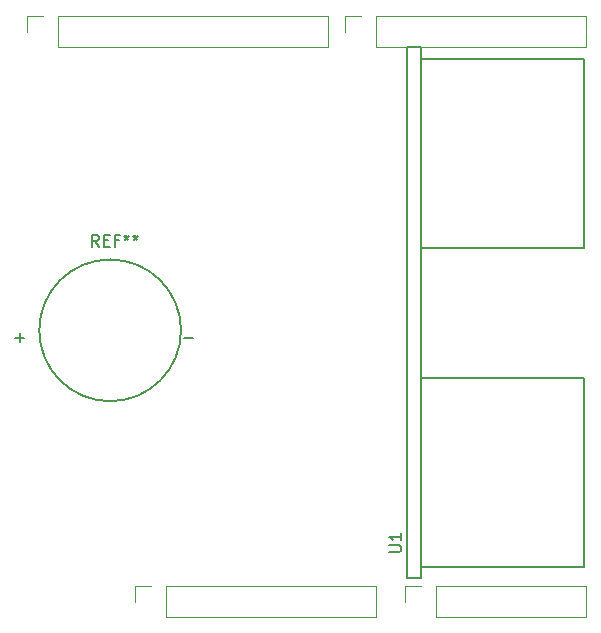
<source format=gbr>
%TF.GenerationSoftware,KiCad,Pcbnew,8.0.8*%
%TF.CreationDate,2025-02-15T01:56:59-07:00*%
%TF.ProjectId,bubble_detector_v2_shield,62756262-6c65-45f6-9465-746563746f72,rev?*%
%TF.SameCoordinates,Original*%
%TF.FileFunction,Legend,Top*%
%TF.FilePolarity,Positive*%
%FSLAX46Y46*%
G04 Gerber Fmt 4.6, Leading zero omitted, Abs format (unit mm)*
G04 Created by KiCad (PCBNEW 8.0.8) date 2025-02-15 01:56:59*
%MOMM*%
%LPD*%
G01*
G04 APERTURE LIST*
%ADD10C,0.150000*%
%ADD11C,0.120000*%
%ADD12C,0.127000*%
G04 APERTURE END LIST*
D10*
X148146249Y-93247350D02*
X148956194Y-93247350D01*
X148956194Y-93247350D02*
X149051482Y-93199707D01*
X149051482Y-93199707D02*
X149099126Y-93152063D01*
X149099126Y-93152063D02*
X149146769Y-93056775D01*
X149146769Y-93056775D02*
X149146769Y-92866200D01*
X149146769Y-92866200D02*
X149099126Y-92770912D01*
X149099126Y-92770912D02*
X149051482Y-92723269D01*
X149051482Y-92723269D02*
X148956194Y-92675625D01*
X148956194Y-92675625D02*
X148146249Y-92675625D01*
X149146769Y-91675105D02*
X149146769Y-92246830D01*
X149146769Y-91960967D02*
X148146249Y-91960967D01*
X148146249Y-91960967D02*
X148289181Y-92056255D01*
X148289181Y-92056255D02*
X148384468Y-92151543D01*
X148384468Y-92151543D02*
X148432112Y-92246830D01*
X123540387Y-67410317D02*
X123206605Y-66933485D01*
X122968189Y-67410317D02*
X122968189Y-66408971D01*
X122968189Y-66408971D02*
X123349654Y-66408971D01*
X123349654Y-66408971D02*
X123445021Y-66456654D01*
X123445021Y-66456654D02*
X123492704Y-66504337D01*
X123492704Y-66504337D02*
X123540387Y-66599703D01*
X123540387Y-66599703D02*
X123540387Y-66742753D01*
X123540387Y-66742753D02*
X123492704Y-66838119D01*
X123492704Y-66838119D02*
X123445021Y-66885802D01*
X123445021Y-66885802D02*
X123349654Y-66933485D01*
X123349654Y-66933485D02*
X122968189Y-66933485D01*
X123969535Y-66885802D02*
X124303317Y-66885802D01*
X124446367Y-67410317D02*
X123969535Y-67410317D01*
X123969535Y-67410317D02*
X123969535Y-66408971D01*
X123969535Y-66408971D02*
X124446367Y-66408971D01*
X125209297Y-66885802D02*
X124875515Y-66885802D01*
X124875515Y-67410317D02*
X124875515Y-66408971D01*
X124875515Y-66408971D02*
X125352347Y-66408971D01*
X125876862Y-66408971D02*
X125876862Y-66647386D01*
X125638446Y-66552020D02*
X125876862Y-66647386D01*
X125876862Y-66647386D02*
X126115277Y-66552020D01*
X125733812Y-66838119D02*
X125876862Y-66647386D01*
X125876862Y-66647386D02*
X126019911Y-66838119D01*
X126639792Y-66408971D02*
X126639792Y-66647386D01*
X126401376Y-66552020D02*
X126639792Y-66647386D01*
X126639792Y-66647386D02*
X126878207Y-66552020D01*
X126496742Y-66838119D02*
X126639792Y-66647386D01*
X126639792Y-66647386D02*
X126782841Y-66838119D01*
X116463016Y-75145172D02*
X117226445Y-75145172D01*
X116844730Y-75526886D02*
X116844730Y-74763457D01*
X130726131Y-75144892D02*
X131489230Y-75144892D01*
D11*
%TO.C,J1*%
X129210000Y-98790000D02*
X147050000Y-98790000D01*
X129210000Y-98790000D02*
X129210000Y-96130000D01*
X147050000Y-98790000D02*
X147050000Y-96130000D01*
X126610000Y-97460000D02*
X126610000Y-96130000D01*
X126610000Y-96130000D02*
X127940000Y-96130000D01*
X129210000Y-96130000D02*
X147050000Y-96130000D01*
%TO.C,J3*%
X152070000Y-98790000D02*
X164830000Y-98790000D01*
X152070000Y-98790000D02*
X152070000Y-96130000D01*
X164830000Y-98790000D02*
X164830000Y-96130000D01*
X149470000Y-97460000D02*
X149470000Y-96130000D01*
X149470000Y-96130000D02*
X150800000Y-96130000D01*
X152070000Y-96130000D02*
X164830000Y-96130000D01*
%TO.C,J2*%
X120066000Y-50530000D02*
X142986000Y-50530000D01*
X120066000Y-50530000D02*
X120066000Y-47870000D01*
X142986000Y-50530000D02*
X142986000Y-47870000D01*
X117466000Y-49200000D02*
X117466000Y-47870000D01*
X117466000Y-47870000D02*
X118796000Y-47870000D01*
X120066000Y-47870000D02*
X142986000Y-47870000D01*
%TO.C,J4*%
X146990000Y-50530000D02*
X164830000Y-50530000D01*
X146990000Y-50530000D02*
X146990000Y-47870000D01*
X164830000Y-50530000D02*
X164830000Y-47870000D01*
X144390000Y-49200000D02*
X144390000Y-47870000D01*
X144390000Y-47870000D02*
X145720000Y-47870000D01*
X146990000Y-47870000D02*
X164830000Y-47870000D01*
D12*
%TO.C,U1*%
X164645000Y-94500000D02*
X164645000Y-78500000D01*
X164645000Y-67500000D02*
X164645000Y-51500000D01*
X150845000Y-50500000D02*
X150845000Y-51500000D01*
X150845000Y-51500000D02*
X150845000Y-67500000D01*
X150845000Y-67500000D02*
X150845000Y-78500000D01*
X150845000Y-78500000D02*
X150845000Y-94500000D01*
X150845000Y-94500000D02*
X150845000Y-95500000D01*
X150845000Y-95500000D02*
X149645000Y-95500000D01*
X149645000Y-95500000D02*
X149645000Y-50500000D01*
X149645000Y-50500000D02*
X150845000Y-50500000D01*
X150845000Y-94500000D02*
X164645000Y-94500000D01*
X150845000Y-51500000D02*
X164645000Y-51500000D01*
X150845000Y-78500000D02*
X164645000Y-78500000D01*
X150845000Y-67500000D02*
X164645000Y-67500000D01*
%TO.C,REF\u002A\u002A*%
X130500000Y-74500000D02*
G75*
G02*
X118500000Y-74500000I-6000000J0D01*
G01*
X118500000Y-74500000D02*
G75*
G02*
X130500000Y-74500000I6000000J0D01*
G01*
%TD*%
M02*

</source>
